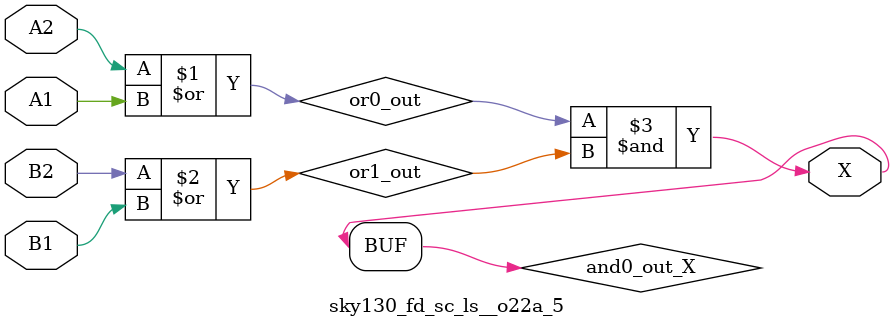
<source format=v>
module sky130_fd_sc_ls__o22a_5 (
    X ,
    A1,
    A2,
    B1,
    B2
);
    output X ;
    input  A1;
    input  A2;
    input  B1;
    input  B2;
    wire or0_out   ;
    wire or1_out   ;
    wire and0_out_X;
    or  or0  (or0_out   , A2, A1          );
    or  or1  (or1_out   , B2, B1          );
    and and0 (and0_out_X, or0_out, or1_out);
    buf buf0 (X         , and0_out_X      );
endmodule
</source>
